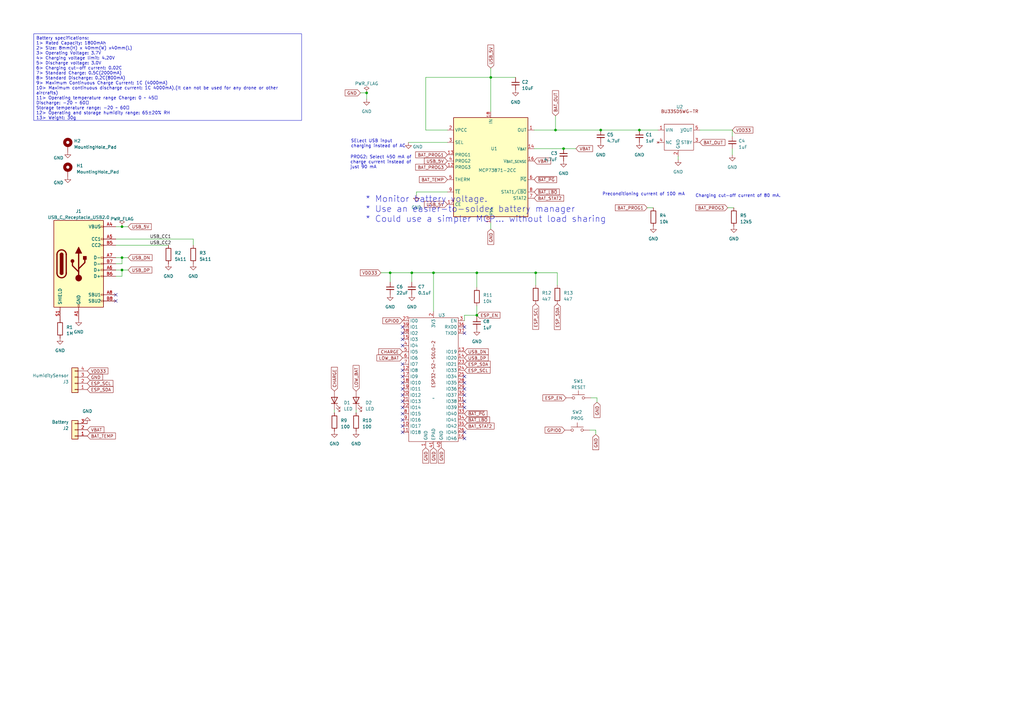
<source format=kicad_sch>
(kicad_sch (version 20230121) (generator eeschema)
  (paper "A3")
  (title_block (title "Borinot") (date "2023-03-29") (company "A temperature and humidity sensor"))
  (lib_symbols
    (symbol "Battery_Management:MCP73871-2CC"
      (property "Reference" "U" (at -7.62 24.13 0))
      (property "Value" "MCP73871-2CC" (at -15.24 21.59 0))
      (symbol "MCP73871-2CC_0_1"
        (rectangle (start -15.24 20.32) (end 15.24 -20.32) (stroke (width 0.254)) (fill (type background)))
      )
      (symbol "MCP73871-2CC_1_1"
        (pin power_out line (at 17.78 15.24 180) (length 2.54) (name "OUT") (number "1"))
        (pin power_in line (at 0 -22.86 90) (length 2.54) (name "V_{SS}") (number "10"))
        (pin passive line (at 0 -22.86 90) (length 2.54) hide (name "V_{SS}") (number "11"))
        (pin bidirectional line (at -17.78 0 0) (length 2.54) (name "PROG3") (number "12"))
        (pin bidirectional line (at -17.78 5.08 0) (length 2.54) (name "PROG1") (number "13"))
        (pin power_out line (at 17.78 7.62 180) (length 2.54) (name "V_{BAT}") (number "14"))
        (pin passive line (at 17.78 7.62 180) (length 2.54) hide (name "V_{BAT}") (number "15"))
        (pin input line (at 17.78 2.54 180) (length 2.54) (name "V_{BAT_SENSE}") (number "16"))
        (pin input line (at -17.78 -15.24 0) (length 2.54) (name "CE") (number "17"))
        (pin power_in line (at 0 22.86 270) (length 2.54) (name "IN") (number "18"))
        (pin passive line (at 0 22.86 270) (length 2.54) hide (name "IN") (number "19"))
        (pin input line (at -17.78 15.24 0) (length 2.54) (name "VPCC") (number "2"))
        (pin passive line (at 17.78 15.24 180) (length 2.54) hide (name "OUT") (number "20"))
        (pin passive line (at 0 -22.86 90) (length 2.54) hide (name "V_{SS}") (number "21"))
        (pin input line (at -17.78 10.16 0) (length 2.54) (name "SEL") (number "3"))
        (pin input line (at -17.78 2.54 0) (length 2.54) (name "PROG2") (number "4"))
        (pin bidirectional line (at -17.78 -5.08 0) (length 2.54) (name "THERM") (number "5"))
        (pin open_collector line (at 17.78 -5.08 180) (length 2.54) (name "~{PG}") (number "6"))
        (pin open_collector line (at 17.78 -12.7 180) (length 2.54) (name "STAT2") (number "7"))
        (pin open_collector line (at 17.78 -10.16 180) (length 2.54) (name "STAT1/~{LBO}") (number "8"))
        (pin input line (at -17.78 -10.16 0) (length 2.54) (name "~{TE}") (number "9"))
      )
    )
    (symbol "Borinot:BU33SD5WG-TR"
      (property "Reference" "U" (at 0 8.255 0))
      (symbol "BU33SD5WG-TR_0_1"
        (rectangle (start -5.715 5.588) (end 6.35 -5.08))
        (text "BU33SD5WG-TR\n" (at 0.635 10.795 0) (effects (font (size 1.27 1.27))))
      )
      (symbol "BU33SD5WG-TR_1_0"
        (pin power_in line (at -8.255 3.175 0) (length 2.54) (name "VIN") (number "1"))
        (pin power_in line (at 0 -7.62 90) (length 2.54) (name "GND") (number "2"))
        (pin bidirectional line (at 8.89 -1.905 180) (length 2.54) (name "STBY") (number "3"))
        (pin no_connect line (at -8.255 -1.905 0) (length 2.54) (name "NC") (number "4"))
      )
      (symbol "BU33SD5WG-TR_1_1"
        (pin power_out line (at 8.89 3.175 180) (length 2.54) (name "VOUT") (number "5"))
      )
    )
    (symbol "Borinot:ESP32-S2-SOLO-2"
      (property "Reference" "U" (at 0 -7.62 0))
      (symbol "ESP32-S2-SOLO-2_0_1"
        (rectangle (start -10.16 25.4) (end 10.16 -25.4))
        (text "ESP32-S2-SOLO-2" (at 0 6.35 900) (effects (font (size 1.27 1.27))))
      )
      (symbol "ESP32-S2-SOLO-2_1_0"
        (pin input line (at 12.7 -24.13 180) (length 2.54) (name "IO46") (number "16"))
        (pin bidirectional line (at 12.7 -21.59 180) (length 2.54) (name "IO45") (number "26"))
        (pin bidirectional line (at 12.7 -3.81 180) (length 2.54) (name "IO36") (number "29"))
        (pin input line (at 12.7 24.13 180) (length 2.54) (name "EN") (number "3"))
        (pin bidirectional line (at 12.7 -6.35 180) (length 2.54) (name "IO37") (number "30"))
        (pin bidirectional line (at 12.7 -8.89 180) (length 2.54) (name "IO38") (number "31"))
        (pin bidirectional line (at 12.7 -11.43 180) (length 2.54) (name "IO39") (number "32"))
        (pin bidirectional line (at 12.7 -13.97 180) (length 2.54) (name "IO40") (number "33"))
        (pin bidirectional line (at 12.7 -16.51 180) (length 2.54) (name "IO41") (number "34"))
        (pin bidirectional line (at 12.7 -19.05 180) (length 2.54) (name "IO42") (number "35"))
        (pin bidirectional line (at 12.7 21.59 180) (length 2.54) (name "RXD0") (number "36"))
        (pin bidirectional line (at 12.7 19.05 180) (length 2.54) (name "TXD0") (number "37"))
        (pin bidirectional line (at -12.7 19.05 0) (length 2.54) (name "IO2") (number "38"))
      )
      (symbol "ESP32-S2-SOLO-2_1_1"
        (pin power_in line (at -3.175 -27.94 90) (length 2.54) (name "GND") (number "1"))
        (pin bidirectional line (at -12.7 -19.05 0) (length 2.54) (name "IO17") (number "10"))
        (pin bidirectional line (at -12.7 -21.59 0) (length 2.54) (name "IO18") (number "11"))
        (pin bidirectional line (at -12.7 3.81 0) (length 2.54) (name "IO8") (number "12"))
        (pin bidirectional line (at 12.7 11.43 180) (length 2.54) (name "IO19") (number "13"))
        (pin bidirectional line (at 12.7 8.89 180) (length 2.54) (name "IO20") (number "14"))
        (pin bidirectional line (at -12.7 16.51 0) (length 2.54) (name "IO3") (number "15"))
        (pin bidirectional line (at -12.7 1.27 0) (length 2.54) (name "IO9") (number "17"))
        (pin bidirectional line (at -12.7 -1.27 0) (length 2.54) (name "IO10") (number "18"))
        (pin bidirectional line (at -12.7 -3.81 0) (length 2.54) (name "IO11") (number "19"))
        (pin power_in line (at 0 27.94 270) (length 2.54) (name "3V3") (number "2"))
        (pin bidirectional line (at -12.7 -6.35 0) (length 2.54) (name "IO12") (number "20"))
        (pin bidirectional line (at -12.7 -8.89 0) (length 2.54) (name "IO13") (number "21"))
        (pin bidirectional line (at -12.7 -11.43 0) (length 2.54) (name "IO14") (number "22"))
        (pin bidirectional line (at 12.7 6.35 180) (length 2.54) (name "IO21") (number "23"))
        (pin bidirectional line (at 12.7 3.81 180) (length 2.54) (name "IO33") (number "24"))
        (pin bidirectional line (at 12.7 1.27 180) (length 2.54) (name "IO34") (number "25"))
        (pin bidirectional line (at -12.7 24.13 0) (length 2.54) (name "IO0") (number "27"))
        (pin bidirectional line (at 12.7 -1.27 180) (length 2.54) (name "IO35") (number "28"))
        (pin bidirectional line (at -12.7 21.59 0) (length 2.54) (name "IO1") (number "39"))
        (pin bidirectional line (at -12.7 13.97 0) (length 2.54) (name "IO4") (number "4"))
        (pin power_in line (at 3.175 -27.94 90) (length 2.54) (name "GND") (number "40"))
        (pin power_in line (at 0 -27.94 90) (length 2.54) (name "EPAD") (number "41"))
        (pin bidirectional line (at -12.7 11.43 0) (length 2.54) (name "IO5") (number "5"))
        (pin bidirectional line (at -12.7 8.89 0) (length 2.54) (name "IO6") (number "6"))
        (pin bidirectional line (at -12.7 6.35 0) (length 2.54) (name "IO7") (number "7"))
        (pin bidirectional line (at -12.7 -13.97 0) (length 2.54) (name "IO15") (number "8"))
        (pin bidirectional line (at -12.7 -16.51 0) (length 2.54) (name "IO16") (number "9"))
      )
    )
    (symbol "Connector:USB_C_Receptacle_USB2.0" (pin_names (offset 1.016))
      (property "Reference" "J" (at -10.16 19.05 0))
      (property "Value" "USB_C_Receptacle_USB2.0" (at 19.05 19.05 0))
      (symbol "USB_C_Receptacle_USB2.0_0_0"
        (rectangle (start -0.254 -17.78) (end 0.254 -16.764))
        (rectangle (start 10.16 -14.986) (end 9.144 -15.494))
        (rectangle (start 10.16 -12.446) (end 9.144 -12.954))
        (rectangle (start 10.16 -4.826) (end 9.144 -5.334))
        (rectangle (start 10.16 -2.286) (end 9.144 -2.794))
        (rectangle (start 10.16 0.254) (end 9.144 -0.254))
        (rectangle (start 10.16 2.794) (end 9.144 2.286))
        (rectangle (start 10.16 7.874) (end 9.144 7.366))
        (rectangle (start 10.16 10.414) (end 9.144 9.906))
        (rectangle (start 10.16 15.494) (end 9.144 14.986))
      )
      (symbol "USB_C_Receptacle_USB2.0_0_1"
        (rectangle (start -10.16 17.78) (end 10.16 -17.78) (stroke (width 0.254)) (fill (type background)))
        (arc (start -8.89 -3.81) (mid -6.985 -5.7067) (end -5.08 -3.81) (stroke (width 0.508)))
        (arc (start -7.62 -3.81) (mid -6.985 -4.4423) (end -6.35 -3.81) (stroke (width 0.254)))
        (arc (start -7.62 -3.81) (mid -6.985 -4.4423) (end -6.35 -3.81) (stroke (width 0.254)) (fill (type outline)))
        (rectangle (start -7.62 -3.81) (end -6.35 3.81) (stroke (width 0.254)) (fill (type outline)))
        (arc (start -6.35 3.81) (mid -6.985 4.4423) (end -7.62 3.81) (stroke (width 0.254)))
        (arc (start -6.35 3.81) (mid -6.985 4.4423) (end -7.62 3.81) (stroke (width 0.254)) (fill (type outline)))
        (arc (start -5.08 3.81) (mid -6.985 5.7067) (end -8.89 3.81) (stroke (width 0.508)))
        (circle (center -2.54 1.143) (radius 0.635) (stroke (width 0.254)) (fill (type outline)))
        (circle (center 0 -5.842) (radius 1.27) (fill (type outline)))
        (polyline (pts (xy -8.89 -3.81) (xy -8.89 3.81)) (stroke (width 0.508)))
        (polyline (pts (xy -5.08 3.81) (xy -5.08 -3.81)) (stroke (width 0.508)))
        (polyline (pts (xy 0 -5.842) (xy 0 4.318)) (stroke (width 0.508)))
        (polyline (pts (xy 0 -3.302) (xy -2.54 -0.762) (xy -2.54 0.508)) (stroke (width 0.508)))
        (polyline (pts (xy 0 -2.032) (xy 2.54 0.508) (xy 2.54 1.778)) (stroke (width 0.508)))
        (polyline (pts (xy -1.27 4.318) (xy 0 6.858) (xy 1.27 4.318) (xy -1.27 4.318)) (stroke (width 0.254)) (fill (type outline)))
        (rectangle (start 1.905 1.778) (end 3.175 3.048) (stroke (width 0.254)) (fill (type outline)))
      )
      (symbol "USB_C_Receptacle_USB2.0_1_1"
        (pin passive line (at 0 -22.86 90) (length 5.08) (name "GND") (number "A1"))
        (pin passive line (at 0 -22.86 90) (length 5.08) hide (name "GND") (number "A12"))
        (pin passive line (at 15.24 15.24 180) (length 5.08) (name "VBUS") (number "A4"))
        (pin bidirectional line (at 15.24 10.16 180) (length 5.08) (name "CC1") (number "A5"))
        (pin bidirectional line (at 15.24 -2.54 180) (length 5.08) (name "D+") (number "A6"))
        (pin bidirectional line (at 15.24 2.54 180) (length 5.08) (name "D-") (number "A7"))
        (pin bidirectional line (at 15.24 -12.7 180) (length 5.08) (name "SBU1") (number "A8"))
        (pin passive line (at 15.24 15.24 180) (length 5.08) hide (name "VBUS") (number "A9"))
        (pin passive line (at 0 -22.86 90) (length 5.08) hide (name "GND") (number "B1"))
        (pin passive line (at 0 -22.86 90) (length 5.08) hide (name "GND") (number "B12"))
        (pin passive line (at 15.24 15.24 180) (length 5.08) hide (name "VBUS") (number "B4"))
        (pin bidirectional line (at 15.24 7.62 180) (length 5.08) (name "CC2") (number "B5"))
        (pin bidirectional line (at 15.24 -5.08 180) (length 5.08) (name "D+") (number "B6"))
        (pin bidirectional line (at 15.24 0 180) (length 5.08) (name "D-") (number "B7"))
        (pin bidirectional line (at 15.24 -15.24 180) (length 5.08) (name "SBU2") (number "B8"))
        (pin passive line (at 15.24 15.24 180) (length 5.08) hide (name "VBUS") (number "B9"))
        (pin passive line (at -7.62 -22.86 90) (length 5.08) (name "SHIELD") (number "S1"))
      )
    )
    (symbol "Connector_Generic:Conn_01x03" (pin_names (offset 1.016) hide)
      (property "Reference" "J" (at 0 5.08 0))
      (property "Value" "Conn_01x03" (at 0 -5.08 0))
      (symbol "Conn_01x03_1_1"
        (rectangle (start -1.27 -2.413) (end 0 -2.667) (stroke (width 0.1524)))
        (rectangle (start -1.27 0.127) (end 0 -0.127) (stroke (width 0.1524)))
        (rectangle (start -1.27 2.667) (end 0 2.413) (stroke (width 0.1524)))
        (rectangle (start -1.27 3.81) (end 1.27 -3.81) (stroke (width 0.254)) (fill (type background)))
        (pin passive line (at -5.08 2.54 0) (length 3.81) (name "Pin_1") (number "1"))
        (pin passive line (at -5.08 0 0) (length 3.81) (name "Pin_2") (number "2"))
        (pin passive line (at -5.08 -2.54 0) (length 3.81) (name "Pin_3") (number "3"))
      )
    )
    (symbol "Connector_Generic:Conn_01x04" (pin_names (offset 1.016) hide)
      (property "Reference" "J" (at 0 5.08 0))
      (property "Value" "Conn_01x04" (at 0 -7.62 0))
      (symbol "Conn_01x04_1_1"
        (rectangle (start -1.27 -4.953) (end 0 -5.207) (stroke (width 0.1524)))
        (rectangle (start -1.27 -2.413) (end 0 -2.667) (stroke (width 0.1524)))
        (rectangle (start -1.27 0.127) (end 0 -0.127) (stroke (width 0.1524)))
        (rectangle (start -1.27 2.667) (end 0 2.413) (stroke (width 0.1524)))
        (rectangle (start -1.27 3.81) (end 1.27 -6.35) (stroke (width 0.254)) (fill (type background)))
        (pin passive line (at -5.08 2.54 0) (length 3.81) (name "Pin_1") (number "1"))
        (pin passive line (at -5.08 0 0) (length 3.81) (name "Pin_2") (number "2"))
        (pin passive line (at -5.08 -2.54 0) (length 3.81) (name "Pin_3") (number "3"))
        (pin passive line (at -5.08 -5.08 0) (length 3.81) (name "Pin_4") (number "4"))
      )
    )
    (symbol "Device:C_Small" (pin_numbers hide) (pin_names (offset 0.254) hide)
      (property "Reference" "C" (at 0.254 1.778 0))
      (property "Value" "C_Small" (at 0.254 -2.032 0))
      (symbol "C_Small_0_1"
        (polyline (pts (xy -1.524 -0.508) (xy 1.524 -0.508)) (stroke (width 0.3302)))
        (polyline (pts (xy -1.524 0.508) (xy 1.524 0.508)) (stroke (width 0.3048)))
      )
      (symbol "C_Small_1_1"
        (pin passive line (at 0 2.54 270) (length 2.032) (name "~") (number "1"))
        (pin passive line (at 0 -2.54 90) (length 2.032) (name "~") (number "2"))
      )
    )
    (symbol "Device:LED" (pin_numbers hide) (pin_names (offset 1.016) hide)
      (property "Reference" "D" (at 0 2.54 0))
      (property "Value" "LED" (at 0 -2.54 0))
      (symbol "LED_0_1"
        (polyline (pts (xy -1.27 -1.27) (xy -1.27 1.27)) (stroke (width 0.254)))
        (polyline (pts (xy -1.27 0) (xy 1.27 0)))
        (polyline (pts (xy 1.27 -1.27) (xy 1.27 1.27) (xy -1.27 0) (xy 1.27 -1.27)) (stroke (width 0.254)))
        (polyline (pts (xy -3.048 -0.762) (xy -4.572 -2.286) (xy -3.81 -2.286) (xy -4.572 -2.286) (xy -4.572 -1.524)))
        (polyline (pts (xy -1.778 -0.762) (xy -3.302 -2.286) (xy -2.54 -2.286) (xy -3.302 -2.286) (xy -3.302 -1.524)))
      )
      (symbol "LED_1_1"
        (pin passive line (at -3.81 0 0) (length 2.54) (name "K") (number "1"))
        (pin passive line (at 3.81 0 180) (length 2.54) (name "A") (number "2"))
      )
    )
    (symbol "Device:R" (pin_numbers hide) (pin_names (offset 0))
      (property "Reference" "R" (at 2.032 0 90))
      (property "Value" "R" (at 0 0 90))
      (symbol "R_0_1"
        (rectangle (start -1.016 -2.54) (end 1.016 2.54) (stroke (width 0.254)))
      )
      (symbol "R_1_1"
        (pin passive line (at 0 3.81 270) (length 1.27) (name "~") (number "1"))
        (pin passive line (at 0 -3.81 90) (length 1.27) (name "~") (number "2"))
      )
    )
    (symbol "Mechanical:MountingHole_Pad" (pin_numbers hide) (pin_names (offset 1.016) hide)
      (property "Reference" "H" (at 0 6.35 0))
      (property "Value" "MountingHole_Pad" (at 0 4.445 0))
      (symbol "MountingHole_Pad_0_1"
        (circle (center 0 1.27) (radius 1.27) (stroke (width 1.27)))
      )
      (symbol "MountingHole_Pad_1_1"
        (pin input line (at 0 -2.54 90) (length 2.54) (name "1") (number "1"))
      )
    )
    (symbol "Switch:SW_Push" (pin_numbers hide) (pin_names (offset 1.016) hide)
      (property "Reference" "SW" (at 1.27 2.54 0))
      (property "Value" "SW_Push" (at 0 -1.524 0))
      (symbol "SW_Push_0_1"
        (circle (center -2.032 0) (radius 0.508))
        (polyline (pts (xy 0 1.27) (xy 0 3.048)))
        (polyline (pts (xy 2.54 1.27) (xy -2.54 1.27)))
        (circle (center 2.032 0) (radius 0.508))
        (pin passive line (at -5.08 0 0) (length 2.54) (name "1") (number "1"))
        (pin passive line (at 5.08 0 180) (length 2.54) (name "2") (number "2"))
      )
    )
    (symbol "power:GND" (power) (pin_names (offset 0))
      (property "Value" "GND" (at 0 -3.81 0))
      (symbol "GND_0_1"
        (polyline (pts (xy 0 0) (xy 0 -1.27) (xy 1.27 -1.27) (xy 0 -2.54) (xy -1.27 -1.27) (xy 0 -1.27)))
      )
      (symbol "GND_1_1"
        (pin power_in line (at 0 0 270) (length 0) hide (name "GND") (number "1"))
      )
    )
    (symbol "power:PWR_FLAG" (power) (pin_numbers hide) (pin_names (offset 0) hide)
      (property "Value" "PWR_FLAG" (at 0 3.81 0))
      (symbol "PWR_FLAG_0_0"
        (pin power_out line (at 0 0 90) (length 0) (name "pwr") (number "1"))
      )
      (symbol "PWR_FLAG_0_1"
        (polyline (pts (xy 0 0) (xy 0 1.27) (xy -1.016 1.905) (xy 0 2.54) (xy 1.016 1.905) (xy 0 1.27)))
      )
    )
  )
  (junction (at 262.255 53.34))
  (junction (at 195.58 129.286))
  (junction (at 50.038 110.744))
  (junction (at 201.295 31.75))
  (junction (at 50.038 105.664))
  (junction (at 246.38 53.34))
  (junction (at 227.838 53.34))
  (junction (at 231.14 60.96))
  (junction (at 160.02 111.887))
  (junction (at 177.8 111.887))
  (junction (at 168.91 111.887))
  (junction (at 150.368 38.1))
  (junction (at 50.038 92.964))
  (junction (at 219.71 111.887))
  (junction (at 195.58 111.887))
  (no_connect (at 190.5 179.832))
  (no_connect (at 190.5 177.292))
  (no_connect (at 165.1 136.652))
  (no_connect (at 190.5 162.052))
  (no_connect (at 47.498 123.444))
  (no_connect (at 165.1 174.752))
  (no_connect (at 165.1 162.052))
  (no_connect (at 165.1 164.592))
  (no_connect (at 190.5 167.132))
  (no_connect (at 165.1 156.972))
  (no_connect (at 165.1 159.512))
  (no_connect (at 190.5 159.512))
  (no_connect (at 165.1 141.732))
  (no_connect (at 165.1 167.132))
  (no_connect (at 190.5 134.112))
  (no_connect (at 190.5 154.432))
  (no_connect (at 165.1 154.432))
  (no_connect (at 165.1 172.212))
  (no_connect (at 47.498 120.904))
  (no_connect (at 165.1 134.112))
  (no_connect (at 165.1 151.892))
  (no_connect (at 165.1 177.292))
  (no_connect (at 190.5 164.592))
  (no_connect (at 190.5 136.652))
  (no_connect (at 165.1 149.352))
  (no_connect (at 190.5 156.972))
  (no_connect (at 165.1 139.192))
  (no_connect (at 165.1 169.672))
  (wire (pts (xy 262.255 53.34) (xy 269.875 53.34)))
  (wire (pts (xy 160.02 111.887) (xy 168.91 111.887)))
  (wire (pts (xy 146.05 168.021) (xy 146.05 169.291)))
  (wire (pts (xy 219.71 111.887) (xy 195.58 111.887)))
  (wire (pts (xy 137.16 168.021) (xy 137.16 169.291)))
  (wire (pts (xy 147.828 38.1) (xy 150.368 38.1)))
  (wire (pts (xy 190.5 129.286) (xy 195.58 129.286)))
  (wire (pts (xy 47.498 108.204) (xy 50.038 108.204)))
  (wire (pts (xy 79.248 98.044) (xy 47.498 98.044)))
  (wire (pts (xy 156.21 111.887) (xy 160.02 111.887)))
  (wire (pts (xy 79.248 100.584) (xy 79.248 98.044)))
  (wire (pts (xy 167.513 58.42) (xy 183.515 58.42)))
  (wire (pts (xy 170.815 78.74) (xy 183.515 78.74)))
  (wire (pts (xy 47.498 110.744) (xy 50.038 110.744)))
  (wire (pts (xy 190.5 129.286) (xy 190.5 131.572)))
  (wire (pts (xy 195.58 125.476) (xy 195.58 129.286)))
  (wire (pts (xy 201.295 27.94) (xy 201.295 31.75)))
  (wire (pts (xy 219.075 60.96) (xy 231.14 60.96)))
  (wire (pts (xy 47.498 92.964) (xy 50.038 92.964)))
  (wire (pts (xy 228.6 111.887) (xy 219.71 111.887)))
  (wire (pts (xy 287.02 53.34) (xy 300.355 53.34)))
  (wire (pts (xy 227.838 47.498) (xy 227.838 53.34)))
  (wire (pts (xy 50.038 92.964) (xy 52.578 92.964)))
  (wire (pts (xy 228.6 116.967) (xy 228.6 111.887)))
  (wire (pts (xy 47.498 113.284) (xy 50.038 113.284)))
  (wire (pts (xy 278.13 64.135) (xy 278.13 65.405)))
  (wire (pts (xy 195.58 129.286) (xy 195.58 129.921)))
  (wire (pts (xy 300.355 60.96) (xy 300.355 63.5)))
  (wire (pts (xy 244.348 176.403) (xy 241.808 176.403)))
  (wire (pts (xy 150.368 38.1) (xy 150.368 40.64)))
  (wire (pts (xy 265.43 85.217) (xy 267.97 85.217)))
  (wire (pts (xy 47.498 100.584) (xy 69.088 100.584)))
  (wire (pts (xy 227.838 53.34) (xy 246.38 53.34)))
  (wire (pts (xy 160.02 111.887) (xy 160.02 115.697)))
  (wire (pts (xy 219.71 116.967) (xy 219.71 111.887)))
  (wire (pts (xy 177.8 111.887) (xy 195.58 111.887)))
  (wire (pts (xy 201.295 31.75) (xy 174.625 31.75)))
  (wire (pts (xy 195.58 111.887) (xy 195.58 117.856)))
  (wire (pts (xy 231.14 60.96) (xy 236.22 60.96)))
  (wire (pts (xy 298.45 85.217) (xy 300.99 85.217)))
  (wire (pts (xy 201.295 91.44) (xy 201.295 93.98)))
  (wire (pts (xy 300.355 55.88) (xy 300.355 53.34)))
  (wire (pts (xy 201.295 31.75) (xy 201.295 45.72)))
  (wire (pts (xy 174.625 53.34) (xy 183.515 53.34)))
  (wire (pts (xy 47.498 105.664) (xy 50.038 105.664)))
  (wire (pts (xy 201.295 31.75) (xy 211.455 31.75)))
  (wire (pts (xy 50.038 110.744) (xy 52.578 110.744)))
  (wire (pts (xy 246.38 53.34) (xy 262.255 53.34)))
  (wire (pts (xy 244.856 164.973) (xy 244.856 163.195)))
  (wire (pts (xy 50.038 108.204) (xy 50.038 105.664)))
  (wire (pts (xy 50.038 105.664) (xy 52.578 105.664)))
  (wire (pts (xy 219.075 53.34) (xy 227.838 53.34)))
  (wire (pts (xy 168.91 111.887) (xy 177.8 111.887)))
  (wire (pts (xy 244.348 178.181) (xy 244.348 176.403)))
  (wire (pts (xy 174.625 31.75) (xy 174.625 53.34)))
  (wire (pts (xy 177.8 111.887) (xy 177.8 127.762)))
  (wire (pts (xy 168.91 115.697) (xy 168.91 111.887)))
  (wire (pts (xy 244.856 163.195) (xy 242.316 163.195)))
  (wire (pts (xy 170.815 80.01) (xy 170.815 78.74)))
  (wire (pts (xy 50.038 113.284) (xy 50.038 110.744)))
  (text_box "Battery specifications:\n1> Rated Capacity: 1800mAh\n2> Size: 8mm(H) x 40mm(W) x40mm(L)\n3> Operating Voltage: 3.7V\n4> Charging voltage limit: 4.20V\n5> Discharge voltage: 3.0V\n6> Charging cut-off current: 0.02C\n7> Standard Charge: 0.5C(2000mA)\n8> Standard Discharge: 0.2C(800mA)\n9> Maximum Continuous Charge Current: 1C (4000mA)\n10> Maximum continuous discharge current: 1C 4000mA),(It can not be used for any drone or other aircrafts)\n11> Operating temperature range Charge: 0 ~ 45℃\nDischarge: -20 ~ 60℃\nStorage temperature range: -20 ~ 60℃\n12> Operating and storage humidity range: 65±20% RH\n13> Weight: 30g" (at 13.843 13.843 0) (size 109.855 35.56) (effects (font (size 1.27 1.27)) (justify left top)))
  (text "* Monitor battery voltage.\n* Use an easier-to-solder battery manager\n* Could use a simpler MCP... without load sharing\n" (at 149.86 91.44 0) (effects (font (size 2.54 2.54)) (justify left bottom)))
  (text "Charging cut-off current of 80 mA." (at 285.1912 81.1022 0) (effects (font (size 1.27 1.27)) (justify left bottom)))
  (text "Preconditioning current of 100 mA" (at 246.9896 80.4164 0) (effects (font (size 1.27 1.27)) (justify left bottom)))
  (text "PROG2: Select 450 mA of\ncharge current instead of \njust 90 mA" (at 143.637 69.342 0) (effects (font (size 1.27 1.27)) (justify left bottom)))
  (text "SELect USB input \ncharging instead of AC" (at 143.891 60.706 0) (effects (font (size 1.27 1.27)) (justify left bottom)))
  (label "USB_CC2" (at 61.468 100.584 0))
  (label "USB_CC1" (at 61.468 98.044 0))
  (global_label "VDD33" (shape input) (at 156.21 111.887 180) (property "Intersheetrefs" "${INTERSHEET_REFS}" (effects hide)))
  (global_label "ESP_SDA" (shape input) (at 190.5 149.352 0) (property "Intersheetrefs" "${INTERSHEET_REFS}" (effects hide)))
  (global_label "CHARGE" (shape input) (at 165.1 144.272 180) (property "Intersheetrefs" "${INTERSHEET_REFS}" (effects hide)))
  (global_label "USB_DN" (shape input) (at 190.5 144.272 0) (property "Intersheetrefs" "${INTERSHEET_REFS}" (effects hide)))
  (global_label "~{BAT_LBO}" (shape input) (at 219.075 78.74 0) (property "Intersheetrefs" "${INTERSHEET_REFS}" (effects hide)))
  (global_label "BAT_PROG1" (shape input) (at 265.43 85.217 180) (property "Intersheetrefs" "${INTERSHEET_REFS}" (effects hide)))
  (global_label "BAT_OUT" (shape input) (at 287.02 58.42 0) (property "Intersheetrefs" "${INTERSHEET_REFS}" (effects hide)))
  (global_label "ESP_SCL" (shape input) (at 35.814 157.226 0) (property "Intersheetrefs" "${INTERSHEET_REFS}" (effects hide)))
  (global_label "VDD33" (shape input) (at 300.355 53.34 0) (property "Intersheetrefs" "${INTERSHEET_REFS}" (effects hide)))
  (global_label "GPIO0" (shape input) (at 231.648 176.403 180) (property "Intersheetrefs" "${INTERSHEET_REFS}" (effects hide)))
  (global_label "VBAT" (shape input) (at 236.22 60.96 0) (property "Intersheetrefs" "${INTERSHEET_REFS}" (effects hide)))
  (global_label "GND" (shape input) (at 201.295 93.98 270) (property "Intersheetrefs" "${INTERSHEET_REFS}" (effects hide)))
  (global_label "ESP_SDA" (shape input) (at 228.6 124.587 270) (property "Intersheetrefs" "${INTERSHEET_REFS}" (effects hide)))
  (global_label "USB_DN" (shape input) (at 52.578 105.664 0) (property "Intersheetrefs" "${INTERSHEET_REFS}" (effects hide)))
  (global_label "BAT_PROG3" (shape input) (at 183.515 68.58 180) (property "Intersheetrefs" "${INTERSHEET_REFS}" (effects hide)))
  (global_label "GND" (shape input) (at 35.814 154.686 0) (property "Intersheetrefs" "${INTERSHEET_REFS}" (effects hide)))
  (global_label "ESP_SCL" (shape input) (at 190.5 151.892 0) (property "Intersheetrefs" "${INTERSHEET_REFS}" (effects hide)))
  (global_label "VDD33" (shape input) (at 35.814 152.146 0) (property "Intersheetrefs" "${INTERSHEET_REFS}" (effects hide)))
  (global_label "BAT_STAT2" (shape input) (at 190.5 174.752 0) (property "Intersheetrefs" "${INTERSHEET_REFS}" (effects hide)))
  (global_label "USB_5V" (shape input) (at 52.578 92.964 0) (property "Intersheetrefs" "${INTERSHEET_REFS}" (effects hide)))
  (global_label "CHARGE" (shape input) (at 137.16 160.401 90) (property "Intersheetrefs" "${INTERSHEET_REFS}" (effects hide)))
  (global_label "~{BAT_LBO}" (shape input) (at 190.5 172.212 0) (property "Intersheetrefs" "${INTERSHEET_REFS}" (effects hide)))
  (global_label "USB_DP" (shape input) (at 190.5 146.812 0) (property "Intersheetrefs" "${INTERSHEET_REFS}" (effects hide)))
  (global_label "USB_5V" (shape input) (at 201.295 27.94 90) (property "Intersheetrefs" "${INTERSHEET_REFS}" (effects hide)))
  (global_label "GND" (shape input) (at 180.975 183.642 270) (property "Intersheetrefs" "${INTERSHEET_REFS}" (effects hide)))
  (global_label "USB_5V" (shape input) (at 183.515 83.82 180) (property "Intersheetrefs" "${INTERSHEET_REFS}" (effects hide)))
  (global_label "LOW_BAT" (shape input) (at 146.05 160.401 90) (property "Intersheetrefs" "${INTERSHEET_REFS}" (effects hide)))
  (global_label "ESP_EN" (shape input) (at 195.58 129.286 0) (property "Intersheetrefs" "${INTERSHEET_REFS}" (effects hide)))
  (global_label "BAT_PROG3" (shape input) (at 298.45 85.217 180) (property "Intersheetrefs" "${INTERSHEET_REFS}" (effects hide)))
  (global_label "GND" (shape input) (at 147.828 38.1 180) (property "Intersheetrefs" "${INTERSHEET_REFS}" (effects hide)))
  (global_label "USB_DP" (shape input) (at 52.578 110.744 0) (property "Intersheetrefs" "${INTERSHEET_REFS}" (effects hide)))
  (global_label "GND" (shape input) (at 244.856 164.973 270) (property "Intersheetrefs" "${INTERSHEET_REFS}" (effects hide)))
  (global_label "GPIO0" (shape input) (at 165.1 131.572 180) (property "Intersheetrefs" "${INTERSHEET_REFS}" (effects hide)))
  (global_label "BAT_TEMP" (shape input) (at 35.814 178.816 0) (property "Intersheetrefs" "${INTERSHEET_REFS}" (effects hide)))
  (global_label "ESP_SDA" (shape input) (at 35.814 159.766 0) (property "Intersheetrefs" "${INTERSHEET_REFS}" (effects hide)))
  (global_label "VBAT" (shape input) (at 35.814 176.276 0) (property "Intersheetrefs" "${INTERSHEET_REFS}" (effects hide)))
  (global_label "GND" (shape input) (at 177.8 183.642 270) (property "Intersheetrefs" "${INTERSHEET_REFS}" (effects hide)))
  (global_label "VBAT" (shape input) (at 219.075 66.04 0) (property "Intersheetrefs" "${INTERSHEET_REFS}" (effects hide)))
  (global_label "BAT_TEMP" (shape input) (at 183.515 73.66 180) (property "Intersheetrefs" "${INTERSHEET_REFS}" (effects hide)))
  (global_label "ESP_SCL" (shape input) (at 219.71 124.587 270) (property "Intersheetrefs" "${INTERSHEET_REFS}" (effects hide)))
  (global_label "GND" (shape input) (at 174.625 183.642 270) (property "Intersheetrefs" "${INTERSHEET_REFS}" (effects hide)))
  (global_label "~{BAT_PG}" (shape input) (at 190.5 169.672 0) (property "Intersheetrefs" "${INTERSHEET_REFS}" (effects hide)))
  (global_label "ESP_EN" (shape input) (at 232.156 163.195 180) (property "Intersheetrefs" "${INTERSHEET_REFS}" (effects hide)))
  (global_label "LOW_BAT" (shape input) (at 165.1 146.812 180) (property "Intersheetrefs" "${INTERSHEET_REFS}" (effects hide)))
  (global_label "BAT_OUT" (shape input) (at 227.838 47.498 90) (property "Intersheetrefs" "${INTERSHEET_REFS}" (effects hide)))
  (global_label "GND" (shape input) (at 244.348 178.181 270) (property "Intersheetrefs" "${INTERSHEET_REFS}" (effects hide)))
  (global_label "~{BAT_PG}" (shape input) (at 219.075 73.66 0) (property "Intersheetrefs" "${INTERSHEET_REFS}" (effects hide)))
  (global_label "BAT_PROG1" (shape input) (at 183.515 63.5 180) (property "Intersheetrefs" "${INTERSHEET_REFS}" (effects hide)))
  (global_label "BAT_STAT2" (shape input) (at 219.075 81.28 0) (property "Intersheetrefs" "${INTERSHEET_REFS}" (effects hide)))
  (global_label "USB_5V" (shape input) (at 183.515 66.04 180) (property "Intersheetrefs" "${INTERSHEET_REFS}" (effects hide)))
  (symbol (lib_id "power:GND") (at 24.638 138.684 0) (unit 1)
    (property "Reference" "#PWR01" (effects hide))
    (property "Value" "GND" (at 24.638 143.764 0))
  )
  (symbol (lib_id "Device:LED") (at 137.16 164.211 90) (unit 1)
    (property "Reference" "D1" (at 140.97 165.1635 90) (effects (justify right)))
    (property "Value" "LED" (at 140.97 167.7035 90) (effects (justify right)))
    (property "Footprint" "LED_THT:LED_D3.0mm" (effects hide))
  )
  (symbol (lib_id "Device:C_Small") (at 195.58 132.461 0) (unit 1)
    (property "Reference" "C8" (at 198.12 131.8323 0) (effects (justify left)))
    (property "Value" "1uF" (at 198.12 134.3723 0) (effects (justify left)))
    (property "Footprint" "Capacitor_SMD:C_0805_2012Metric_Pad1.18x1.45mm_HandSolder" (effects hide))
  )
  (symbol (lib_id "power:GND") (at 168.91 120.777 0) (unit 1)
    (property "Reference" "#PWR028" (effects hide))
    (property "Value" "GND" (at 168.91 125.857 0))
  )
  (symbol (lib_id "power:GND") (at 32.258 131.064 0) (unit 1)
    (property "Reference" "#PWR02" (effects hide))
    (property "Value" "GND" (at 32.258 136.144 0))
  )
  (symbol (lib_id "Device:R") (at 69.088 104.394 0) (unit 1)
    (property "Reference" "R2" (at 71.628 103.759 0) (effects (justify left)))
    (property "Value" "5k11" (at 71.628 106.299 0) (effects (justify left)))
    (property "Footprint" "Resistor_SMD:R_0805_2012Metric_Pad1.20x1.40mm_HandSolder" (effects hide))
  )
  (symbol (lib_id "Device:R") (at 137.16 173.101 0) (unit 1)
    (property "Reference" "R9" (at 139.7 172.466 0) (effects (justify left)))
    (property "Value" "100" (at 139.7 175.006 0) (effects (justify left)))
    (property "Footprint" "Resistor_SMD:R_0805_2012Metric_Pad1.20x1.40mm_HandSolder" (effects hide))
  )
  (symbol (lib_id "Connector:USB_C_Receptacle_USB2.0") (at 32.258 108.204 0) (unit 1)
    (property "Reference" "J1" (at 32.258 86.614 0))
    (property "Value" "USB_C_Receptacle_USB2.0" (at 32.258 89.154 0))
    (property "Footprint" "Connector_USB:USB_C_Receptacle_G-Switch_GT-USB-7010ASV" (effects hide))
    (property "Datasheet" "https://www.usb.org/sites/default/files/documents/usb_type-c.zip" (effects hide))
  )
  (symbol (lib_id "power:GND") (at 27.813 72.39 0) (unit 1)
    (property "Reference" "#PWR05" (effects hide))
    (property "Value" "GND" (at 24.003 74.93 0))
  )
  (symbol (lib_id "Device:R") (at 79.248 104.394 0) (unit 1)
    (property "Reference" "R3" (at 81.788 103.759 0) (effects (justify left)))
    (property "Value" "5k11" (at 81.788 106.299 0) (effects (justify left)))
    (property "Footprint" "Resistor_SMD:R_0805_2012Metric_Pad1.20x1.40mm_HandSolder" (effects hide))
  )
  (symbol (lib_id "Device:R") (at 267.97 89.027 0) (unit 1)
    (property "Reference" "R4" (at 270.51 88.392 0) (effects (justify left)))
    (property "Value" "10k" (at 270.51 90.932 0) (effects (justify left)))
    (property "Footprint" "Resistor_SMD:R_0805_2012Metric_Pad1.20x1.40mm_HandSolder" (effects hide))
  )
  (symbol (lib_id "power:GND") (at 262.255 58.42 0) (unit 1)
    (property "Reference" "#PWR09" (effects hide))
    (property "Value" "GND" (at 262.255 63.5 0))
  )
  (symbol (lib_id "power:GND") (at 170.815 80.01 0) (unit 1)
    (property "Reference" "#PWR07" (effects hide))
    (property "Value" "GND" (at 170.815 85.09 0))
  )
  (symbol (lib_id "Device:R") (at 195.58 121.666 0) (unit 1)
    (property "Reference" "R11" (at 198.12 121.031 0) (effects (justify left)))
    (property "Value" "10k" (at 198.12 123.571 0) (effects (justify left)))
    (property "Footprint" "Resistor_SMD:R_0805_2012Metric_Pad1.20x1.40mm_HandSolder" (effects hide))
  )
  (symbol (lib_id "Device:C_Small") (at 211.455 34.29 0) (unit 1)
    (property "Reference" "C2" (at 213.995 33.6613 0) (effects (justify left)))
    (property "Value" "10uF" (at 213.995 36.2013 0) (effects (justify left)))
    (property "Footprint" "Capacitor_SMD:C_0805_2012Metric_Pad1.18x1.45mm_HandSolder" (effects hide))
  )
  (symbol (lib_id "Device:R") (at 146.05 173.101 0) (unit 1)
    (property "Reference" "R10" (at 148.59 172.466 0) (effects (justify left)))
    (property "Value" "100" (at 148.59 175.006 0) (effects (justify left)))
    (property "Footprint" "Resistor_SMD:R_0805_2012Metric_Pad1.20x1.40mm_HandSolder" (effects hide))
  )
  (symbol (lib_id "Borinot:ESP32-S2-SOLO-2") (at 177.8 155.702 0) (unit 1)
    (property "Reference" "U3" (at 179.7559 129.286 0) (effects (justify left)))
    (property "Value" "~" (at 177.8 163.322 0))
    (property "Footprint" "Espressif:ESP32-S2-SOLO" (effects hide))
  )
  (symbol (lib_id "Connector_Generic:Conn_01x04") (at 30.734 157.226 180) (unit 1)
    (property "Reference" "J3" (at 28.194 156.591 0) (effects (justify left)))
    (property "Value" "HumiditySensor" (at 28.194 154.051 0) (effects (justify left)))
    (property "Footprint" "Connector_Molex:Molex_KK-254_AE-6410-04A_1x04_P2.54mm_Vertical" (effects hide))
  )
  (symbol (lib_id "power:GND") (at 211.455 36.83 0) (unit 1)
    (property "Reference" "#PWR017" (effects hide))
    (property "Value" "GND" (at 211.455 41.91 0))
  )
  (symbol (lib_id "power:GND") (at 167.513 58.42 0) (unit 1)
    (property "Reference" "#PWR012" (effects hide))
    (property "Value" "GND" (at 171.323 60.198 0))
  )
  (symbol (lib_id "Mechanical:MountingHole_Pad") (at 27.813 69.85 0) (unit 1)
    (property "Reference" "H1" (at 31.369 67.945 0) (effects (justify left)))
    (property "Value" "MountingHole_Pad" (at 31.369 70.485 0) (effects (justify left)))
    (property "Footprint" "MountingHole:MountingHole_3.2mm_M3_Pad_Via" (effects hide))
  )
  (symbol (lib_id "power:GND") (at 79.248 108.204 0) (unit 1)
    (property "Reference" "#PWR025" (effects hide))
    (property "Value" "GND" (at 79.248 113.284 0))
  )
  (symbol (lib_id "Device:C_Small") (at 168.91 118.237 0) (unit 1)
    (property "Reference" "C7" (at 171.45 117.6083 0) (effects (justify left)))
    (property "Value" "0.1uF" (at 171.45 120.1483 0) (effects (justify left)))
    (property "Footprint" "Capacitor_SMD:C_0805_2012Metric_Pad1.18x1.45mm_HandSolder" (effects hide))
  )
  (symbol (lib_id "power:GND") (at 150.368 40.64 0) (unit 1)
    (property "Reference" "#PWR016" (effects hide))
    (property "Value" "GND" (at 150.368 45.72 0))
  )
  (symbol (lib_id "Device:C_Small") (at 262.255 55.88 0) (unit 1)
    (property "Reference" "C1" (at 264.795 55.2513 0) (effects (justify left)))
    (property "Value" "1uF" (at 264.795 57.7913 0) (effects (justify left)))
    (property "Footprint" "Capacitor_SMD:C_0805_2012Metric_Pad1.18x1.45mm_HandSolder" (effects hide))
  )
  (symbol (lib_id "power:GND") (at 160.02 120.777 0) (unit 1)
    (property "Reference" "#PWR027" (effects hide))
    (property "Value" "GND" (at 160.02 125.857 0))
  )
  (symbol (lib_id "power:GND") (at 246.38 58.42 0) (unit 1)
    (property "Reference" "#PWR023" (effects hide))
    (property "Value" "GND" (at 246.38 63.5 0))
  )
  (symbol (lib_id "power:GND") (at 267.97 92.837 0) (unit 1)
    (property "Reference" "#PWR013" (effects hide))
    (property "Value" "GND" (at 267.97 97.917 0))
  )
  (symbol (lib_id "Device:R") (at 300.99 89.027 0) (unit 1)
    (property "Reference" "R5" (at 303.53 88.392 0) (effects (justify left)))
    (property "Value" "12k5" (at 303.53 90.932 0) (effects (justify left)))
    (property "Footprint" "Resistor_SMD:R_0805_2012Metric_Pad1.20x1.40mm_HandSolder" (effects hide))
  )
  (symbol (lib_id "power:GND") (at 195.58 135.001 0) (unit 1)
    (property "Reference" "#PWR029" (effects hide))
    (property "Value" "GND" (at 195.58 140.081 0))
  )
  (symbol (lib_id "Switch:SW_Push") (at 236.728 176.403 0) (unit 1)
    (property "Reference" "SW2" (at 236.728 169.037 0))
    (property "Value" "PROG" (at 236.728 171.577 0))
    (property "Footprint" "Button_Switch_THT:SW_PUSH_6mm" (effects hide))
  )
  (symbol (lib_id "Device:C_Small") (at 246.38 55.88 0) (unit 1)
    (property "Reference" "C5" (at 248.92 55.2513 0) (effects (justify left)))
    (property "Value" "4.7uF" (at 248.92 57.7913 0) (effects (justify left)))
    (property "Footprint" "Capacitor_SMD:C_0805_2012Metric_Pad1.18x1.45mm_HandSolder" (effects hide))
  )
  (symbol (lib_id "Device:R") (at 228.6 120.777 0) (unit 1)
    (property "Reference" "R13" (at 231.14 120.142 0) (effects (justify left)))
    (property "Value" "4k7" (at 231.14 122.682 0) (effects (justify left)))
    (property "Footprint" "Resistor_SMD:R_0805_2012Metric_Pad1.20x1.40mm_HandSolder" (effects hide))
  )
  (symbol (lib_id "Device:C_Small") (at 300.355 58.42 0) (unit 1)
    (property "Reference" "C4" (at 302.895 57.7913 0) (effects (justify left)))
    (property "Value" "1uF" (at 302.895 60.3313 0) (effects (justify left)))
    (property "Footprint" "Capacitor_SMD:C_0805_2012Metric_Pad1.18x1.45mm_HandSolder" (effects hide))
  )
  (symbol (lib_id "Device:R") (at 219.71 120.777 0) (unit 1)
    (property "Reference" "R12" (at 222.25 120.142 0) (effects (justify left)))
    (property "Value" "4k7" (at 222.25 122.682 0) (effects (justify left)))
    (property "Footprint" "Resistor_SMD:R_0805_2012Metric_Pad1.20x1.40mm_HandSolder" (effects hide))
  )
  (symbol (lib_id "power:GND") (at 278.13 65.405 0) (unit 1)
    (property "Reference" "#PWR018" (effects hide))
    (property "Value" "GND" (at 278.13 70.485 0))
  )
  (symbol (lib_id "Connector_Generic:Conn_01x03") (at 30.734 176.276 180) (unit 1)
    (property "Reference" "J2" (at 28.194 175.641 0) (effects (justify left)))
    (property "Value" "Battery" (at 28.194 173.101 0) (effects (justify left)))
    (property "Footprint" "Connector_Molex:Molex_KK-254_AE-6410-03A_1x03_P2.54mm_Vertical" (effects hide))
  )
  (symbol (lib_id "power:GND") (at 231.14 66.04 0) (unit 1)
    (property "Reference" "#PWR020" (effects hide))
    (property "Value" "GND" (at 231.14 71.12 0))
  )
  (symbol (lib_id "power:PWR_FLAG") (at 150.368 38.1 0) (unit 1)
    (property "Reference" "#FLG02" (effects hide))
    (property "Value" "PWR_FLAG" (at 150.368 34.29 0))
  )
  (symbol (lib_id "power:GND") (at 300.99 92.837 0) (unit 1)
    (property "Reference" "#PWR015" (effects hide))
    (property "Value" "GND" (at 300.99 97.917 0))
  )
  (symbol (lib_id "power:PWR_FLAG") (at 50.038 92.964 0) (unit 1)
    (property "Reference" "#FLG01" (effects hide))
    (property "Value" "PWR_FLAG" (at 50.038 89.789 0))
  )
  (symbol (lib_id "Switch:SW_Push") (at 237.236 163.195 0) (unit 1)
    (property "Reference" "SW1" (at 237.236 156.337 0))
    (property "Value" "RESET" (at 237.236 158.877 0))
    (property "Footprint" "Button_Switch_THT:SW_PUSH_6mm" (effects hide))
  )
  (symbol (lib_id "Device:R") (at 24.638 134.874 0) (unit 1)
    (property "Reference" "R1" (at 27.178 134.239 0) (effects (justify left)))
    (property "Value" "1M" (at 27.178 136.779 0) (effects (justify left)))
    (property "Footprint" "Resistor_SMD:R_0805_2012Metric_Pad1.20x1.40mm_HandSolder" (effects hide))
  )
  (symbol (lib_id "power:GND") (at 27.813 62.23 0) (unit 1)
    (property "Reference" "#PWR06" (effects hide))
    (property "Value" "GND" (at 24.003 64.77 0))
  )
  (symbol (lib_id "Device:C_Small") (at 160.02 118.237 0) (unit 1)
    (property "Reference" "C6" (at 162.56 117.6083 0) (effects (justify left)))
    (property "Value" "22uF" (at 162.56 120.1483 0) (effects (justify left)))
    (property "Footprint" "Capacitor_SMD:C_0805_2012Metric_Pad1.18x1.45mm_HandSolder" (effects hide))
  )
  (symbol (lib_id "power:GND") (at 300.355 63.5 0) (unit 1)
    (property "Reference" "#PWR021" (effects hide))
    (property "Value" "GND" (at 300.355 68.58 0))
  )
  (symbol (lib_id "Mechanical:MountingHole_Pad") (at 27.813 59.69 0) (unit 1)
    (property "Reference" "H2" (at 30.353 57.785 0) (effects (justify left)))
    (property "Value" "MountingHole_Pad" (at 30.353 60.325 0) (effects (justify left)))
    (property "Footprint" "MountingHole:MountingHole_3.2mm_M3_Pad_Via" (effects hide))
  )
  (symbol (lib_id "power:GND") (at 35.814 173.736 180) (unit 1)
    (property "Reference" "#PWR024" (effects hide))
    (property "Value" "GND" (at 35.814 168.656 0))
  )
  (symbol (lib_id "power:GND") (at 69.088 108.204 0) (unit 1)
    (property "Reference" "#PWR04" (effects hide))
    (property "Value" "GND" (at 69.088 113.284 0))
  )
  (symbol (lib_id "Battery_Management:MCP73871-2CC") (at 201.295 68.58 0) (unit 1)
    (property "Reference" "U1" (at 201.295 60.96 0) (effects (justify left)))
    (property "Value" "MCP73871-2CC" (at 196.215 69.85 0) (effects (justify left)))
    (property "Footprint" "Package_DFN_QFN:TQFN-20-1EP_4x4mm_P0.5mm_EP2.7x2.7mm_ThermalVias" (effects hide))
    (property "Datasheet" "http://www.mouser.com/ds/2/268/22090a-52174.pdf" (effects hide))
  )
  (symbol (lib_id "Device:LED") (at 146.05 164.211 90) (unit 1)
    (property "Reference" "D2" (at 149.86 165.1635 90) (effects (justify right)))
    (property "Value" "LED" (at 149.86 167.7035 90) (effects (justify right)))
    (property "Footprint" "LED_THT:LED_D3.0mm" (effects hide))
  )
  (symbol (lib_id "power:GND") (at 137.16 176.911 0) (unit 1)
    (property "Reference" "#PWR03" (effects hide))
    (property "Value" "GND" (at 137.16 181.991 0))
  )
  (symbol (lib_id "power:GND") (at 146.05 176.911 0) (unit 1)
    (property "Reference" "#PWR026" (effects hide))
    (property "Value" "GND" (at 146.05 181.991 0))
  )
  (symbol (lib_id "Device:C_Small") (at 231.14 63.5 0) (mirror y) (unit 1)
    (property "Reference" "C3" (at 228.6 62.8713 0) (effects (justify left)))
    (property "Value" "4.7uF" (at 228.6 65.4113 0) (effects (justify left)))
    (property "Footprint" "Capacitor_SMD:C_0805_2012Metric_Pad1.18x1.45mm_HandSolder" (effects hide))
  )
  (symbol (lib_id "Borinot:BU33SD5WG-TR") (at 278.13 56.515 0) (unit 1)
    (property "Reference" "U2" (at 278.765 43.815 0))
    (property "Value" "~" (at 279.527 54.229 0))
    (property "Footprint" "Package_TO_SOT_SMD:SOT-23-5" (effects hide))
  )
)
</source>
